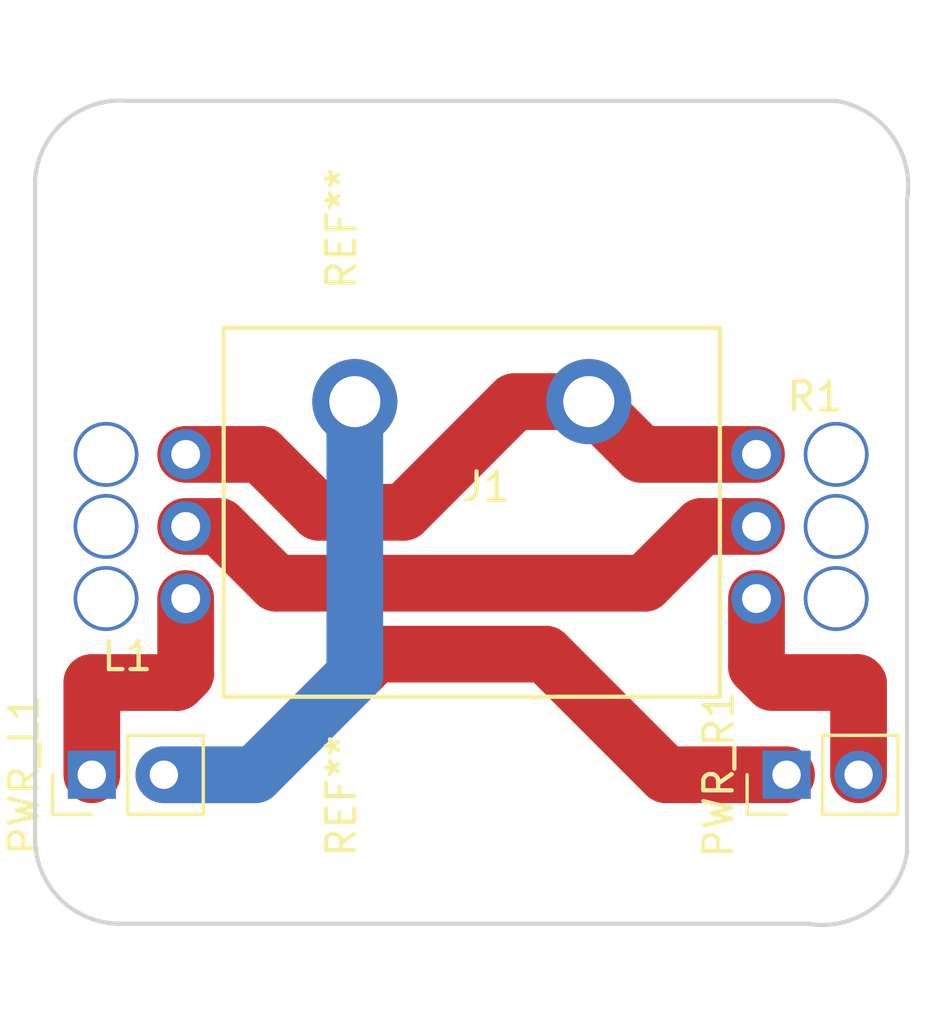
<source format=kicad_pcb>
(kicad_pcb (version 4) (host pcbnew 4.0.6)

  (general
    (links 7)
    (no_connects 0)
    (area 113.635 83.871428 147.505 120.128571)
    (thickness 1.6)
    (drawings 8)
    (tracks 29)
    (zones 0)
    (modules 7)
    (nets 6)
  )

  (page A4)
  (layers
    (0 F.Cu signal)
    (31 B.Cu signal)
    (32 B.Adhes user)
    (33 F.Adhes user)
    (34 B.Paste user)
    (35 F.Paste user)
    (36 B.SilkS user)
    (37 F.SilkS user)
    (38 B.Mask user)
    (39 F.Mask user)
    (40 Dwgs.User user)
    (41 Cmts.User user)
    (42 Eco1.User user)
    (43 Eco2.User user)
    (44 Edge.Cuts user)
    (45 Margin user)
    (46 B.CrtYd user)
    (47 F.CrtYd user)
    (48 B.Fab user)
    (49 F.Fab user)
  )

  (setup
    (last_trace_width 2)
    (trace_clearance 0.2)
    (zone_clearance 0.508)
    (zone_45_only no)
    (trace_min 0.2)
    (segment_width 0.2)
    (edge_width 0.15)
    (via_size 2)
    (via_drill 1)
    (via_min_size 0.4)
    (via_min_drill 0.3)
    (uvia_size 0.3)
    (uvia_drill 0.1)
    (uvias_allowed no)
    (uvia_min_size 0.2)
    (uvia_min_drill 0.1)
    (pcb_text_width 0.3)
    (pcb_text_size 1.5 1.5)
    (mod_edge_width 0.15)
    (mod_text_size 1 1)
    (mod_text_width 0.15)
    (pad_size 1.524 1.524)
    (pad_drill 0.762)
    (pad_to_mask_clearance 0.2)
    (aux_axis_origin 0 0)
    (visible_elements FFFFFF7F)
    (pcbplotparams
      (layerselection 0x010f0_80000001)
      (usegerberextensions true)
      (excludeedgelayer true)
      (linewidth 0.100000)
      (plotframeref false)
      (viasonmask false)
      (mode 1)
      (useauxorigin false)
      (hpglpennumber 1)
      (hpglpenspeed 20)
      (hpglpendiameter 15)
      (hpglpenoverlay 2)
      (psnegative false)
      (psa4output false)
      (plotreference true)
      (plotvalue true)
      (plotinvisibletext false)
      (padsonsilk false)
      (subtractmaskfromsilk false)
      (outputformat 1)
      (mirror false)
      (drillshape 0)
      (scaleselection 1)
      (outputdirectory bixi_pt.gerbers/))
  )

  (net 0 "")
  (net 1 /GND)
  (net 2 /DATA)
  (net 3 /VCC)
  (net 4 /VCCL)
  (net 5 /VCCR)

  (net_class Default "This is the default net class."
    (clearance 0.2)
    (trace_width 2)
    (via_dia 2)
    (via_drill 1)
    (uvia_dia 0.3)
    (uvia_drill 0.1)
    (add_net /DATA)
    (add_net /GND)
    (add_net /VCC)
    (add_net /VCCL)
    (add_net /VCCR)
  )

  (module Mounting_Holes:MountingHole_3.5mm (layer F.Cu) (tedit 56D1B4CB) (tstamp 59233F25)
    (at 130.3 92 90)
    (descr "Mounting Hole 3.5mm, no annular")
    (tags "mounting hole 3.5mm no annular")
    (fp_text reference REF** (at 0 -4.5 90) (layer F.SilkS)
      (effects (font (size 1 1) (thickness 0.15)))
    )
    (fp_text value MountingHole_3.5mm (at 0 4.5 90) (layer F.Fab)
      (effects (font (size 1 1) (thickness 0.15)))
    )
    (fp_circle (center 0 0) (end 3.5 0) (layer Cmts.User) (width 0.15))
    (fp_circle (center 0 0) (end 3.75 0) (layer F.CrtYd) (width 0.05))
    (pad 1 np_thru_hole circle (at 0 0 90) (size 3.5 3.5) (drill 3.5) (layers *.Cu *.Mask))
  )

  (module Mounting_Holes:MountingHole_3.5mm (layer F.Cu) (tedit 56D1B4CB) (tstamp 59233F1C)
    (at 130.3 112 90)
    (descr "Mounting Hole 3.5mm, no annular")
    (tags "mounting hole 3.5mm no annular")
    (fp_text reference REF** (at 0 -4.5 90) (layer F.SilkS)
      (effects (font (size 1 1) (thickness 0.15)))
    )
    (fp_text value MountingHole_3.5mm (at 0 4.5 90) (layer F.Fab)
      (effects (font (size 1 1) (thickness 0.15)))
    )
    (fp_circle (center 0 0) (end 3.5 0) (layer Cmts.User) (width 0.15))
    (fp_circle (center 0 0) (end 3.75 0) (layer F.CrtYd) (width 0.05))
    (pad 1 np_thru_hole circle (at 0 0 90) (size 3.5 3.5) (drill 3.5) (layers *.Cu *.Mask))
  )

  (module custom:OSTYK42102030-2P-Terminal (layer F.Cu) (tedit 5921C49F) (tstamp 592242EC)
    (at 130.4 98.1)
    (path /5907F10E)
    (fp_text reference J1 (at 0.5 3) (layer F.SilkS)
      (effects (font (size 1 1) (thickness 0.15)))
    )
    (fp_text value Screw_Terminal_1x02 (at 0.05 6.6) (layer F.Fab)
      (effects (font (size 1 1) (thickness 0.15)))
    )
    (fp_line (start 8.75 -2.6) (end 8.75 10.4) (layer F.SilkS) (width 0.15))
    (fp_line (start 8.75 10.4) (end 8.5 10.4) (layer F.SilkS) (width 0.15))
    (fp_line (start -8.75 10.4) (end 8.5 10.4) (layer F.SilkS) (width 0.15))
    (fp_line (start -8.75 0) (end -8.75 10.4) (layer F.SilkS) (width 0.15))
    (fp_line (start -8.75 -2.6) (end 8.75 -2.6) (layer F.SilkS) (width 0.15))
    (fp_line (start -8.75 -1.3) (end -8.75 -2.6) (layer F.SilkS) (width 0.15))
    (fp_line (start -8.75 0) (end -8.75 -1.25) (layer F.SilkS) (width 0.15))
    (pad 1 thru_hole circle (at -4.125 0) (size 3 3) (drill 1.8) (layers *.Cu *.Mask)
      (net 3 /VCC))
    (pad 2 thru_hole circle (at 4.125 0) (size 3 3) (drill 1.8) (layers *.Cu *.Mask)
      (net 1 /GND))
  )

  (module Pin_Headers:Pin_Header_Straight_1x02_Pitch2.54mm (layer F.Cu) (tedit 5862ED52) (tstamp 592242FF)
    (at 117 111.25 90)
    (descr "Through hole straight pin header, 1x02, 2.54mm pitch, single row")
    (tags "Through hole pin header THT 1x02 2.54mm single row")
    (path /59139D88)
    (fp_text reference PWR_L1 (at 0 -2.39 90) (layer F.SilkS)
      (effects (font (size 1 1) (thickness 0.15)))
    )
    (fp_text value Jumper (at 0 4.93 90) (layer F.Fab)
      (effects (font (size 1 1) (thickness 0.15)))
    )
    (fp_line (start -1.27 -1.27) (end -1.27 3.81) (layer F.Fab) (width 0.1))
    (fp_line (start -1.27 3.81) (end 1.27 3.81) (layer F.Fab) (width 0.1))
    (fp_line (start 1.27 3.81) (end 1.27 -1.27) (layer F.Fab) (width 0.1))
    (fp_line (start 1.27 -1.27) (end -1.27 -1.27) (layer F.Fab) (width 0.1))
    (fp_line (start -1.39 1.27) (end -1.39 3.93) (layer F.SilkS) (width 0.12))
    (fp_line (start -1.39 3.93) (end 1.39 3.93) (layer F.SilkS) (width 0.12))
    (fp_line (start 1.39 3.93) (end 1.39 1.27) (layer F.SilkS) (width 0.12))
    (fp_line (start 1.39 1.27) (end -1.39 1.27) (layer F.SilkS) (width 0.12))
    (fp_line (start -1.39 0) (end -1.39 -1.39) (layer F.SilkS) (width 0.12))
    (fp_line (start -1.39 -1.39) (end 0 -1.39) (layer F.SilkS) (width 0.12))
    (fp_line (start -1.6 -1.6) (end -1.6 4.1) (layer F.CrtYd) (width 0.05))
    (fp_line (start -1.6 4.1) (end 1.6 4.1) (layer F.CrtYd) (width 0.05))
    (fp_line (start 1.6 4.1) (end 1.6 -1.6) (layer F.CrtYd) (width 0.05))
    (fp_line (start 1.6 -1.6) (end -1.6 -1.6) (layer F.CrtYd) (width 0.05))
    (pad 1 thru_hole rect (at 0 0 90) (size 1.7 1.7) (drill 1) (layers *.Cu *.Mask)
      (net 4 /VCCL))
    (pad 2 thru_hole oval (at 0 2.54 90) (size 1.7 1.7) (drill 1) (layers *.Cu *.Mask)
      (net 3 /VCC))
    (model Pin_Headers.3dshapes/Pin_Header_Straight_1x02_Pitch2.54mm.wrl
      (at (xyz 0 -0.05 0))
      (scale (xyz 1 1 1))
      (rotate (xyz 0 0 90))
    )
  )

  (module Pin_Headers:Pin_Header_Straight_1x02_Pitch2.54mm (layer F.Cu) (tedit 5862ED52) (tstamp 59224305)
    (at 141.5 111.25 90)
    (descr "Through hole straight pin header, 1x02, 2.54mm pitch, single row")
    (tags "Through hole pin header THT 1x02 2.54mm single row")
    (path /59139ED6)
    (fp_text reference PWR_R1 (at 0 -2.39 90) (layer F.SilkS)
      (effects (font (size 1 1) (thickness 0.15)))
    )
    (fp_text value Jumper (at 0 4.93 90) (layer F.Fab)
      (effects (font (size 1 1) (thickness 0.15)))
    )
    (fp_line (start -1.27 -1.27) (end -1.27 3.81) (layer F.Fab) (width 0.1))
    (fp_line (start -1.27 3.81) (end 1.27 3.81) (layer F.Fab) (width 0.1))
    (fp_line (start 1.27 3.81) (end 1.27 -1.27) (layer F.Fab) (width 0.1))
    (fp_line (start 1.27 -1.27) (end -1.27 -1.27) (layer F.Fab) (width 0.1))
    (fp_line (start -1.39 1.27) (end -1.39 3.93) (layer F.SilkS) (width 0.12))
    (fp_line (start -1.39 3.93) (end 1.39 3.93) (layer F.SilkS) (width 0.12))
    (fp_line (start 1.39 3.93) (end 1.39 1.27) (layer F.SilkS) (width 0.12))
    (fp_line (start 1.39 1.27) (end -1.39 1.27) (layer F.SilkS) (width 0.12))
    (fp_line (start -1.39 0) (end -1.39 -1.39) (layer F.SilkS) (width 0.12))
    (fp_line (start -1.39 -1.39) (end 0 -1.39) (layer F.SilkS) (width 0.12))
    (fp_line (start -1.6 -1.6) (end -1.6 4.1) (layer F.CrtYd) (width 0.05))
    (fp_line (start -1.6 4.1) (end 1.6 4.1) (layer F.CrtYd) (width 0.05))
    (fp_line (start 1.6 4.1) (end 1.6 -1.6) (layer F.CrtYd) (width 0.05))
    (fp_line (start 1.6 -1.6) (end -1.6 -1.6) (layer F.CrtYd) (width 0.05))
    (pad 1 thru_hole rect (at 0 0 90) (size 1.7 1.7) (drill 1) (layers *.Cu *.Mask)
      (net 3 /VCC))
    (pad 2 thru_hole oval (at 0 2.54 90) (size 1.7 1.7) (drill 1) (layers *.Cu *.Mask)
      (net 5 /VCCR))
    (model Pin_Headers.3dshapes/Pin_Header_Straight_1x02_Pitch2.54mm.wrl
      (at (xyz 0 -0.05 0))
      (scale (xyz 1 1 1))
      (rotate (xyz 0 0 90))
    )
  )

  (module custom:3-wire-hole-with-relief (layer F.Cu) (tedit 5921CC9D) (tstamp 59243E82)
    (at 118.5 102.5 180)
    (path /5907F1DC)
    (fp_text reference L1 (at 0.254 -4.572 180) (layer F.SilkS)
      (effects (font (size 1 1) (thickness 0.15)))
    )
    (fp_text value CONN_01X03 (at -0.27 -0.5 180) (layer F.Fab)
      (effects (font (size 1 1) (thickness 0.15)))
    )
    (pad 1 thru_hole circle (at -1.81 -2.54 180) (size 1.778 1.778) (drill 1.016) (layers *.Cu *.Mask)
      (net 4 /VCCL))
    (pad 2 thru_hole circle (at -1.81 0 180) (size 1.778 1.778) (drill 1.016) (layers *.Cu *.Mask)
      (net 2 /DATA))
    (pad 3 thru_hole circle (at -1.81 2.54 180) (size 1.778 1.778) (drill 1.016) (layers *.Cu *.Mask)
      (net 1 /GND))
    (pad "" np_thru_hole circle (at 1 -2.54 180) (size 2.286 2.286) (drill 2.032) (layers *.Cu *.Mask))
    (pad "" np_thru_hole circle (at 1 0 180) (size 2.286 2.286) (drill 2.032) (layers *.Cu *.Mask))
    (pad "" np_thru_hole circle (at 1 2.54 180) (size 2.286 2.286) (drill 2.032) (layers *.Cu *.Mask))
  )

  (module custom:3-wire-hole-with-relief (layer F.Cu) (tedit 5921CC9D) (tstamp 59243E8C)
    (at 142.25 102.5)
    (path /5907F236)
    (fp_text reference R1 (at 0.254 -4.572) (layer F.SilkS)
      (effects (font (size 1 1) (thickness 0.15)))
    )
    (fp_text value CONN_01X03 (at -0.27 -0.5) (layer F.Fab)
      (effects (font (size 1 1) (thickness 0.15)))
    )
    (pad 1 thru_hole circle (at -1.81 -2.54) (size 1.778 1.778) (drill 1.016) (layers *.Cu *.Mask)
      (net 1 /GND))
    (pad 2 thru_hole circle (at -1.81 0) (size 1.778 1.778) (drill 1.016) (layers *.Cu *.Mask)
      (net 2 /DATA))
    (pad 3 thru_hole circle (at -1.81 2.54) (size 1.778 1.778) (drill 1.016) (layers *.Cu *.Mask)
      (net 5 /VCCR))
    (pad "" np_thru_hole circle (at 1 -2.54) (size 2.286 2.286) (drill 2.032) (layers *.Cu *.Mask))
    (pad "" np_thru_hole circle (at 1 0) (size 2.286 2.286) (drill 2.032) (layers *.Cu *.Mask))
    (pad "" np_thru_hole circle (at 1 2.54) (size 2.286 2.286) (drill 2.032) (layers *.Cu *.Mask))
  )

  (gr_line (start 115 113.75) (end 115 90.25) (angle 90) (layer Edge.Cuts) (width 0.15))
  (gr_line (start 142.25 116.5) (end 118 116.5) (angle 90) (layer Edge.Cuts) (width 0.15))
  (gr_line (start 145.75 91) (end 145.75 114) (angle 90) (layer Edge.Cuts) (width 0.15))
  (gr_line (start 118.25 87.5) (end 143.25 87.5) (angle 90) (layer Edge.Cuts) (width 0.15))
  (gr_arc (start 142.75 113.5) (end 145.75 114) (angle 90) (layer Edge.Cuts) (width 0.15))
  (gr_arc (start 118 113.5) (end 118 116.5) (angle 90) (layer Edge.Cuts) (width 0.15))
  (gr_arc (start 118 90.5) (end 115 90.25) (angle 90) (layer Edge.Cuts) (width 0.15))
  (gr_arc (start 142.75 90.5) (end 143.25 87.5) (angle 90) (layer Edge.Cuts) (width 0.15))

  (segment (start 134.525 98.1) (end 131.9 98.1) (width 2) (layer F.Cu) (net 1))
  (segment (start 122.96 99.96) (end 120.31 99.96) (width 2) (layer F.Cu) (net 1) (tstamp 59243E25))
  (segment (start 125 102) (end 122.96 99.96) (width 2) (layer F.Cu) (net 1) (tstamp 59243E24))
  (segment (start 128 102) (end 125 102) (width 2) (layer F.Cu) (net 1) (tstamp 59243E23))
  (segment (start 131.9 98.1) (end 128 102) (width 2) (layer F.Cu) (net 1) (tstamp 59243E22))
  (segment (start 140.44 99.96) (end 136.385 99.96) (width 2) (layer F.Cu) (net 1))
  (segment (start 136.385 99.96) (end 134.525 98.1) (width 2) (layer F.Cu) (net 1) (tstamp 59243E1A))
  (segment (start 120.31 102.5) (end 121.5 102.5) (width 2) (layer F.Cu) (net 2))
  (segment (start 121.5 102.5) (end 123.5 104.5) (width 2) (layer F.Cu) (net 2) (tstamp 59243E2A))
  (segment (start 123.5 104.5) (end 136.5 104.5) (width 2) (layer F.Cu) (net 2) (tstamp 59243E2B))
  (segment (start 136.5 104.5) (end 138.5 102.5) (width 2) (layer F.Cu) (net 2) (tstamp 59243E2C))
  (segment (start 138.5 102.5) (end 140.44 102.5) (width 2) (layer F.Cu) (net 2) (tstamp 59243E2D))
  (segment (start 126.275 98.1) (end 126.275 107.725) (width 2) (layer B.Cu) (net 3))
  (segment (start 122.75 111.25) (end 119.54 111.25) (width 2) (layer B.Cu) (net 3) (tstamp 59243E31))
  (segment (start 126.275 107.725) (end 122.75 111.25) (width 2) (layer B.Cu) (net 3) (tstamp 59243E30))
  (segment (start 119.54 111.25) (end 122.75 111.25) (width 2) (layer F.Cu) (net 3))
  (segment (start 137.25 111.25) (end 141.5 111.25) (width 2) (layer F.Cu) (net 3) (tstamp 59243E0C))
  (segment (start 133 107) (end 137.25 111.25) (width 2) (layer F.Cu) (net 3) (tstamp 59243E0B))
  (segment (start 127 107) (end 133 107) (width 2) (layer F.Cu) (net 3) (tstamp 59243E0A))
  (segment (start 122.75 111.25) (end 127 107) (width 2) (layer F.Cu) (net 3) (tstamp 59243E09))
  (segment (start 117 111.25) (end 117 108) (width 2) (layer F.Cu) (net 4))
  (segment (start 120.31 107.69) (end 120.31 105.04) (width 2) (layer F.Cu) (net 4) (tstamp 59243E17))
  (segment (start 120 108) (end 120.31 107.69) (width 2) (layer F.Cu) (net 4) (tstamp 59243E16))
  (segment (start 117 108) (end 120 108) (width 2) (layer F.Cu) (net 4) (tstamp 59243E15))
  (segment (start 144.04 111.25) (end 144.04 108.04) (width 2) (layer F.Cu) (net 5))
  (segment (start 140.44 107.44) (end 140.44 105.04) (width 2) (layer F.Cu) (net 5) (tstamp 59243E12))
  (segment (start 141 108) (end 140.44 107.44) (width 2) (layer F.Cu) (net 5) (tstamp 59243E11))
  (segment (start 144 108) (end 141 108) (width 2) (layer F.Cu) (net 5) (tstamp 59243E10))
  (segment (start 144.04 108.04) (end 144 108) (width 2) (layer F.Cu) (net 5) (tstamp 59243E0F))

)

</source>
